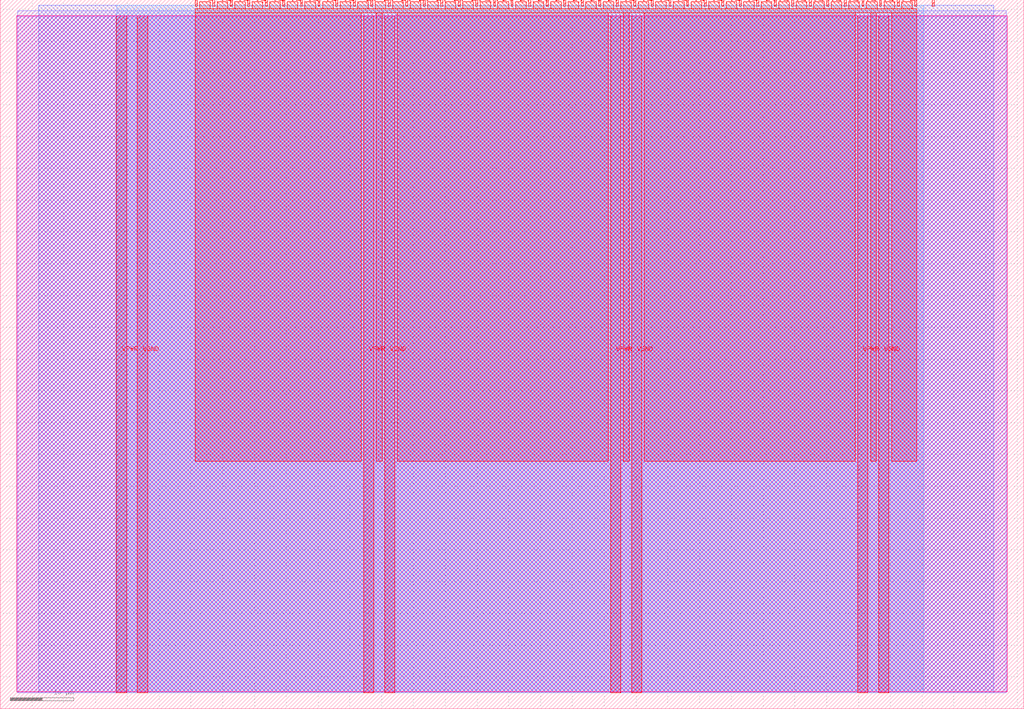
<source format=lef>
VERSION 5.7 ;
  NOWIREEXTENSIONATPIN ON ;
  DIVIDERCHAR "/" ;
  BUSBITCHARS "[]" ;
MACRO tt_um_I2C
  CLASS BLOCK ;
  FOREIGN tt_um_I2C ;
  ORIGIN 0.000 0.000 ;
  SIZE 161.000 BY 111.520 ;
  PIN VGND
    DIRECTION INOUT ;
    USE GROUND ;
    PORT
      LAYER met4 ;
        RECT 21.580 2.480 23.180 109.040 ;
    END
    PORT
      LAYER met4 ;
        RECT 60.450 2.480 62.050 109.040 ;
    END
    PORT
      LAYER met4 ;
        RECT 99.320 2.480 100.920 109.040 ;
    END
    PORT
      LAYER met4 ;
        RECT 138.190 2.480 139.790 109.040 ;
    END
  END VGND
  PIN VPWR
    DIRECTION INOUT ;
    USE POWER ;
    PORT
      LAYER met4 ;
        RECT 18.280 2.480 19.880 109.040 ;
    END
    PORT
      LAYER met4 ;
        RECT 57.150 2.480 58.750 109.040 ;
    END
    PORT
      LAYER met4 ;
        RECT 96.020 2.480 97.620 109.040 ;
    END
    PORT
      LAYER met4 ;
        RECT 134.890 2.480 136.490 109.040 ;
    END
  END VPWR
  PIN clk
    DIRECTION INPUT ;
    USE SIGNAL ;
    ANTENNAGATEAREA 0.852000 ;
    PORT
      LAYER met4 ;
        RECT 143.830 110.520 144.130 111.520 ;
    END
  END clk
  PIN ena
    DIRECTION INPUT ;
    USE SIGNAL ;
    PORT
      LAYER met4 ;
        RECT 146.590 110.520 146.890 111.520 ;
    END
  END ena
  PIN rst_n
    DIRECTION INPUT ;
    USE SIGNAL ;
    ANTENNAGATEAREA 0.196500 ;
    PORT
      LAYER met4 ;
        RECT 141.070 110.520 141.370 111.520 ;
    END
  END rst_n
  PIN ui_in[0]
    DIRECTION INPUT ;
    USE SIGNAL ;
    ANTENNAGATEAREA 0.196500 ;
    PORT
      LAYER met4 ;
        RECT 138.310 110.520 138.610 111.520 ;
    END
  END ui_in[0]
  PIN ui_in[1]
    DIRECTION INPUT ;
    USE SIGNAL ;
    ANTENNAGATEAREA 0.196500 ;
    PORT
      LAYER met4 ;
        RECT 135.550 110.520 135.850 111.520 ;
    END
  END ui_in[1]
  PIN ui_in[2]
    DIRECTION INPUT ;
    USE SIGNAL ;
    ANTENNAGATEAREA 0.196500 ;
    PORT
      LAYER met4 ;
        RECT 132.790 110.520 133.090 111.520 ;
    END
  END ui_in[2]
  PIN ui_in[3]
    DIRECTION INPUT ;
    USE SIGNAL ;
    ANTENNAGATEAREA 0.126000 ;
    PORT
      LAYER met4 ;
        RECT 130.030 110.520 130.330 111.520 ;
    END
  END ui_in[3]
  PIN ui_in[4]
    DIRECTION INPUT ;
    USE SIGNAL ;
    PORT
      LAYER met4 ;
        RECT 127.270 110.520 127.570 111.520 ;
    END
  END ui_in[4]
  PIN ui_in[5]
    DIRECTION INPUT ;
    USE SIGNAL ;
    PORT
      LAYER met4 ;
        RECT 124.510 110.520 124.810 111.520 ;
    END
  END ui_in[5]
  PIN ui_in[6]
    DIRECTION INPUT ;
    USE SIGNAL ;
    PORT
      LAYER met4 ;
        RECT 121.750 110.520 122.050 111.520 ;
    END
  END ui_in[6]
  PIN ui_in[7]
    DIRECTION INPUT ;
    USE SIGNAL ;
    PORT
      LAYER met4 ;
        RECT 118.990 110.520 119.290 111.520 ;
    END
  END ui_in[7]
  PIN uio_in[0]
    DIRECTION INPUT ;
    USE SIGNAL ;
    ANTENNAGATEAREA 0.196500 ;
    PORT
      LAYER met4 ;
        RECT 116.230 110.520 116.530 111.520 ;
    END
  END uio_in[0]
  PIN uio_in[1]
    DIRECTION INPUT ;
    USE SIGNAL ;
    ANTENNAGATEAREA 0.196500 ;
    PORT
      LAYER met4 ;
        RECT 113.470 110.520 113.770 111.520 ;
    END
  END uio_in[1]
  PIN uio_in[2]
    DIRECTION INPUT ;
    USE SIGNAL ;
    PORT
      LAYER met4 ;
        RECT 110.710 110.520 111.010 111.520 ;
    END
  END uio_in[2]
  PIN uio_in[3]
    DIRECTION INPUT ;
    USE SIGNAL ;
    PORT
      LAYER met4 ;
        RECT 107.950 110.520 108.250 111.520 ;
    END
  END uio_in[3]
  PIN uio_in[4]
    DIRECTION INPUT ;
    USE SIGNAL ;
    PORT
      LAYER met4 ;
        RECT 105.190 110.520 105.490 111.520 ;
    END
  END uio_in[4]
  PIN uio_in[5]
    DIRECTION INPUT ;
    USE SIGNAL ;
    PORT
      LAYER met4 ;
        RECT 102.430 110.520 102.730 111.520 ;
    END
  END uio_in[5]
  PIN uio_in[6]
    DIRECTION INPUT ;
    USE SIGNAL ;
    PORT
      LAYER met4 ;
        RECT 99.670 110.520 99.970 111.520 ;
    END
  END uio_in[6]
  PIN uio_in[7]
    DIRECTION INPUT ;
    USE SIGNAL ;
    PORT
      LAYER met4 ;
        RECT 96.910 110.520 97.210 111.520 ;
    END
  END uio_in[7]
  PIN uio_oe[0]
    DIRECTION OUTPUT ;
    USE SIGNAL ;
    ANTENNADIFFAREA 0.795200 ;
    PORT
      LAYER met4 ;
        RECT 49.990 110.520 50.290 111.520 ;
    END
  END uio_oe[0]
  PIN uio_oe[1]
    DIRECTION OUTPUT ;
    USE SIGNAL ;
    PORT
      LAYER met4 ;
        RECT 47.230 110.520 47.530 111.520 ;
    END
  END uio_oe[1]
  PIN uio_oe[2]
    DIRECTION OUTPUT ;
    USE SIGNAL ;
    PORT
      LAYER met4 ;
        RECT 44.470 110.520 44.770 111.520 ;
    END
  END uio_oe[2]
  PIN uio_oe[3]
    DIRECTION OUTPUT ;
    USE SIGNAL ;
    PORT
      LAYER met4 ;
        RECT 41.710 110.520 42.010 111.520 ;
    END
  END uio_oe[3]
  PIN uio_oe[4]
    DIRECTION OUTPUT ;
    USE SIGNAL ;
    PORT
      LAYER met4 ;
        RECT 38.950 110.520 39.250 111.520 ;
    END
  END uio_oe[4]
  PIN uio_oe[5]
    DIRECTION OUTPUT ;
    USE SIGNAL ;
    PORT
      LAYER met4 ;
        RECT 36.190 110.520 36.490 111.520 ;
    END
  END uio_oe[5]
  PIN uio_oe[6]
    DIRECTION OUTPUT ;
    USE SIGNAL ;
    PORT
      LAYER met4 ;
        RECT 33.430 110.520 33.730 111.520 ;
    END
  END uio_oe[6]
  PIN uio_oe[7]
    DIRECTION OUTPUT ;
    USE SIGNAL ;
    PORT
      LAYER met4 ;
        RECT 30.670 110.520 30.970 111.520 ;
    END
  END uio_oe[7]
  PIN uio_out[0]
    DIRECTION OUTPUT ;
    USE SIGNAL ;
    ANTENNADIFFAREA 0.445500 ;
    PORT
      LAYER met4 ;
        RECT 72.070 110.520 72.370 111.520 ;
    END
  END uio_out[0]
  PIN uio_out[1]
    DIRECTION OUTPUT ;
    USE SIGNAL ;
    ANTENNADIFFAREA 0.445500 ;
    PORT
      LAYER met4 ;
        RECT 69.310 110.520 69.610 111.520 ;
    END
  END uio_out[1]
  PIN uio_out[2]
    DIRECTION OUTPUT ;
    USE SIGNAL ;
    PORT
      LAYER met4 ;
        RECT 66.550 110.520 66.850 111.520 ;
    END
  END uio_out[2]
  PIN uio_out[3]
    DIRECTION OUTPUT ;
    USE SIGNAL ;
    PORT
      LAYER met4 ;
        RECT 63.790 110.520 64.090 111.520 ;
    END
  END uio_out[3]
  PIN uio_out[4]
    DIRECTION OUTPUT ;
    USE SIGNAL ;
    PORT
      LAYER met4 ;
        RECT 61.030 110.520 61.330 111.520 ;
    END
  END uio_out[4]
  PIN uio_out[5]
    DIRECTION OUTPUT ;
    USE SIGNAL ;
    PORT
      LAYER met4 ;
        RECT 58.270 110.520 58.570 111.520 ;
    END
  END uio_out[5]
  PIN uio_out[6]
    DIRECTION OUTPUT ;
    USE SIGNAL ;
    PORT
      LAYER met4 ;
        RECT 55.510 110.520 55.810 111.520 ;
    END
  END uio_out[6]
  PIN uio_out[7]
    DIRECTION OUTPUT ;
    USE SIGNAL ;
    PORT
      LAYER met4 ;
        RECT 52.750 110.520 53.050 111.520 ;
    END
  END uio_out[7]
  PIN uo_out[0]
    DIRECTION OUTPUT ;
    USE SIGNAL ;
    ANTENNADIFFAREA 0.795200 ;
    PORT
      LAYER met4 ;
        RECT 94.150 110.520 94.450 111.520 ;
    END
  END uo_out[0]
  PIN uo_out[1]
    DIRECTION OUTPUT ;
    USE SIGNAL ;
    ANTENNADIFFAREA 0.795200 ;
    PORT
      LAYER met4 ;
        RECT 91.390 110.520 91.690 111.520 ;
    END
  END uo_out[1]
  PIN uo_out[2]
    DIRECTION OUTPUT ;
    USE SIGNAL ;
    ANTENNADIFFAREA 0.795200 ;
    PORT
      LAYER met4 ;
        RECT 88.630 110.520 88.930 111.520 ;
    END
  END uo_out[2]
  PIN uo_out[3]
    DIRECTION OUTPUT ;
    USE SIGNAL ;
    PORT
      LAYER met4 ;
        RECT 85.870 110.520 86.170 111.520 ;
    END
  END uo_out[3]
  PIN uo_out[4]
    DIRECTION OUTPUT ;
    USE SIGNAL ;
    ANTENNADIFFAREA 0.445500 ;
    PORT
      LAYER met4 ;
        RECT 83.110 110.520 83.410 111.520 ;
    END
  END uo_out[4]
  PIN uo_out[5]
    DIRECTION OUTPUT ;
    USE SIGNAL ;
    PORT
      LAYER met4 ;
        RECT 80.350 110.520 80.650 111.520 ;
    END
  END uo_out[5]
  PIN uo_out[6]
    DIRECTION OUTPUT ;
    USE SIGNAL ;
    PORT
      LAYER met4 ;
        RECT 77.590 110.520 77.890 111.520 ;
    END
  END uo_out[6]
  PIN uo_out[7]
    DIRECTION OUTPUT ;
    USE SIGNAL ;
    PORT
      LAYER met4 ;
        RECT 74.830 110.520 75.130 111.520 ;
    END
  END uo_out[7]
  OBS
      LAYER nwell ;
        RECT 2.570 2.635 158.430 108.990 ;
      LAYER li1 ;
        RECT 2.760 2.635 158.240 108.885 ;
      LAYER met1 ;
        RECT 2.760 2.480 158.240 109.780 ;
      LAYER met2 ;
        RECT 6.080 2.535 156.300 110.685 ;
      LAYER met3 ;
        RECT 18.290 2.555 145.295 110.665 ;
      LAYER met4 ;
        RECT 31.370 110.120 33.030 111.170 ;
        RECT 34.130 110.120 35.790 111.170 ;
        RECT 36.890 110.120 38.550 111.170 ;
        RECT 39.650 110.120 41.310 111.170 ;
        RECT 42.410 110.120 44.070 111.170 ;
        RECT 45.170 110.120 46.830 111.170 ;
        RECT 47.930 110.120 49.590 111.170 ;
        RECT 50.690 110.120 52.350 111.170 ;
        RECT 53.450 110.120 55.110 111.170 ;
        RECT 56.210 110.120 57.870 111.170 ;
        RECT 58.970 110.120 60.630 111.170 ;
        RECT 61.730 110.120 63.390 111.170 ;
        RECT 64.490 110.120 66.150 111.170 ;
        RECT 67.250 110.120 68.910 111.170 ;
        RECT 70.010 110.120 71.670 111.170 ;
        RECT 72.770 110.120 74.430 111.170 ;
        RECT 75.530 110.120 77.190 111.170 ;
        RECT 78.290 110.120 79.950 111.170 ;
        RECT 81.050 110.120 82.710 111.170 ;
        RECT 83.810 110.120 85.470 111.170 ;
        RECT 86.570 110.120 88.230 111.170 ;
        RECT 89.330 110.120 90.990 111.170 ;
        RECT 92.090 110.120 93.750 111.170 ;
        RECT 94.850 110.120 96.510 111.170 ;
        RECT 97.610 110.120 99.270 111.170 ;
        RECT 100.370 110.120 102.030 111.170 ;
        RECT 103.130 110.120 104.790 111.170 ;
        RECT 105.890 110.120 107.550 111.170 ;
        RECT 108.650 110.120 110.310 111.170 ;
        RECT 111.410 110.120 113.070 111.170 ;
        RECT 114.170 110.120 115.830 111.170 ;
        RECT 116.930 110.120 118.590 111.170 ;
        RECT 119.690 110.120 121.350 111.170 ;
        RECT 122.450 110.120 124.110 111.170 ;
        RECT 125.210 110.120 126.870 111.170 ;
        RECT 127.970 110.120 129.630 111.170 ;
        RECT 130.730 110.120 132.390 111.170 ;
        RECT 133.490 110.120 135.150 111.170 ;
        RECT 136.250 110.120 137.910 111.170 ;
        RECT 139.010 110.120 140.670 111.170 ;
        RECT 141.770 110.120 143.430 111.170 ;
        RECT 30.655 109.440 144.145 110.120 ;
        RECT 30.655 38.935 56.750 109.440 ;
        RECT 59.150 38.935 60.050 109.440 ;
        RECT 62.450 38.935 95.620 109.440 ;
        RECT 98.020 38.935 98.920 109.440 ;
        RECT 101.320 38.935 134.490 109.440 ;
        RECT 136.890 38.935 137.790 109.440 ;
        RECT 140.190 38.935 144.145 109.440 ;
  END
END tt_um_I2C
END LIBRARY


</source>
